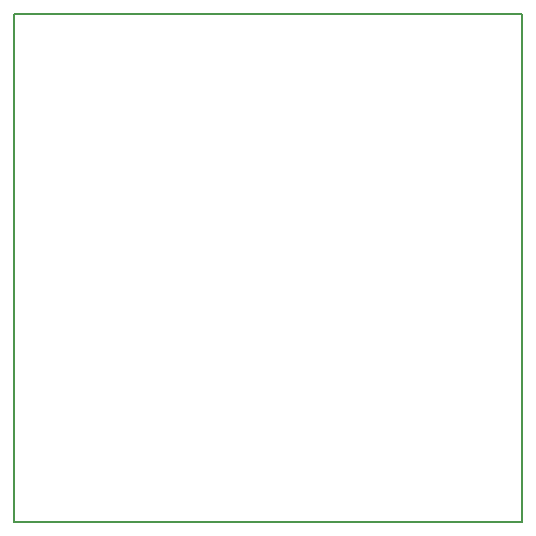
<source format=gm1>
G04 MADE WITH FRITZING*
G04 WWW.FRITZING.ORG*
G04 SINGLE SIDED*
G04 HOLES NOT PLATED*
G04 CONTOUR ON CENTER OF CONTOUR VECTOR*
%ASAXBY*%
%FSLAX23Y23*%
%MOIN*%
%OFA0B0*%
%SFA1.0B1.0*%
%ADD10R,1.700790X1.700790*%
%ADD11C,0.008000*%
%ADD10C,0.008*%
%LNCONTOUR*%
G90*
G70*
G54D10*
G54D11*
X4Y1697D02*
X1697Y1697D01*
X1697Y4D01*
X4Y4D01*
X4Y1697D01*
D02*
G04 End of contour*
M02*
</source>
